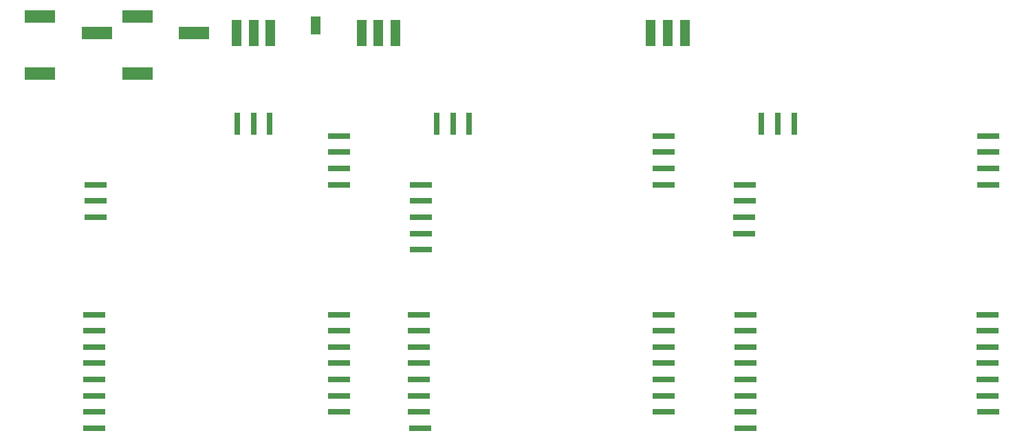
<source format=gbr>
G04 DipTrace 2.4.0.2*
%IN1_Layer_Top_PMask.gbr*%
%MOIN*%
%ADD60R,0.1496X0.063*%
%ADD64R,0.0512X0.0906*%
%ADD66R,0.0315X0.1102*%
%ADD68R,0.0512X0.1299*%
%ADD70R,0.1102X0.0315*%
%FSLAX44Y44*%
G04*
G70*
G90*
G75*
G01*
%LNTopPaste*%
%LPD*%
D70*
X8307Y11220D3*
Y10433D3*
D68*
X16850Y24882D3*
D70*
X8307Y9646D3*
D68*
X16024Y24882D3*
D70*
X8307Y8858D3*
D68*
X15197Y24882D3*
D70*
X8307Y8071D3*
D68*
X22913Y24882D3*
D70*
X8307Y7283D3*
D68*
X22087Y24882D3*
D70*
X8307Y6496D3*
D68*
X21260Y24882D3*
D70*
X8307Y5709D3*
X8386Y17520D3*
D68*
X36929Y24882D3*
D70*
X8386Y16732D3*
D68*
X36102Y24882D3*
D70*
X8386Y15945D3*
D68*
X35276Y24882D3*
D66*
X15236Y20472D3*
X16024D3*
X16811D3*
D64*
X19055Y25236D3*
D70*
X20157Y19882D3*
Y19094D3*
Y18307D3*
Y17520D3*
Y11220D3*
Y10433D3*
Y9646D3*
Y8858D3*
Y8071D3*
Y7283D3*
Y6496D3*
X24055Y11220D3*
Y10433D3*
Y9646D3*
Y8858D3*
Y8071D3*
Y7283D3*
Y6496D3*
X24094Y5709D3*
X24134Y17520D3*
Y16732D3*
Y15945D3*
Y15157D3*
Y14370D3*
D66*
X24902Y20472D3*
X25689D3*
X26476D3*
D70*
X35906Y19882D3*
Y19094D3*
Y18307D3*
Y17520D3*
Y11220D3*
Y10433D3*
Y9646D3*
Y8858D3*
Y8071D3*
Y7283D3*
Y6496D3*
X39803Y15945D3*
Y15157D3*
X39843Y17520D3*
Y16732D3*
X39882Y11220D3*
Y10433D3*
Y9646D3*
Y8858D3*
Y8071D3*
Y7283D3*
Y6496D3*
Y5709D3*
D66*
X40650Y20472D3*
X41437D3*
X42224D3*
D70*
X51614Y11220D3*
Y10433D3*
Y9646D3*
Y8858D3*
Y8071D3*
Y7283D3*
X51654Y19882D3*
Y19094D3*
Y18307D3*
Y17520D3*
Y6496D3*
D60*
X8425Y24882D3*
X5669Y25669D3*
Y22913D3*
X13150Y24882D3*
X10394Y25669D3*
Y22913D3*
M02*

</source>
